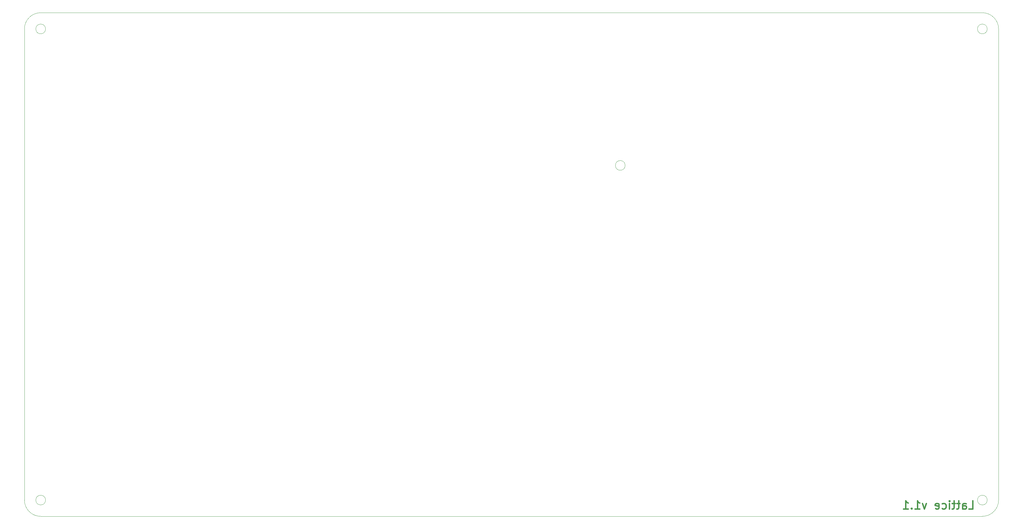
<source format=gbr>
%TF.GenerationSoftware,KiCad,Pcbnew,5.99.0-unknown-1f9723c~101~ubuntu18.04.1*%
%TF.CreationDate,2020-06-08T02:15:51+03:00*%
%TF.ProjectId,WaveUltrasonics,57617665-556c-4747-9261-736f6e696373,rev?*%
%TF.SameCoordinates,Original*%
%TF.FileFunction,Legend,Bot*%
%TF.FilePolarity,Positive*%
%FSLAX46Y46*%
G04 Gerber Fmt 4.6, Leading zero omitted, Abs format (unit mm)*
G04 Created by KiCad (PCBNEW 5.99.0-unknown-1f9723c~101~ubuntu18.04.1) date 2020-06-08 02:15:51*
%MOMM*%
%LPD*%
G01*
G04 APERTURE LIST*
%ADD10C,0.450000*%
%TA.AperFunction,Profile*%
%ADD11C,0.050000*%
%TD*%
G04 APERTURE END LIST*
D10*
X352304761Y-210680952D02*
X353495238Y-210680952D01*
X353495238Y-208180952D01*
X350400000Y-210680952D02*
X350400000Y-209371428D01*
X350519047Y-209133333D01*
X350757142Y-209014285D01*
X351233333Y-209014285D01*
X351471428Y-209133333D01*
X350400000Y-210561904D02*
X350638095Y-210680952D01*
X351233333Y-210680952D01*
X351471428Y-210561904D01*
X351590476Y-210323809D01*
X351590476Y-210085714D01*
X351471428Y-209847619D01*
X351233333Y-209728571D01*
X350638095Y-209728571D01*
X350400000Y-209609523D01*
X349566666Y-209014285D02*
X348614285Y-209014285D01*
X349209523Y-208180952D02*
X349209523Y-210323809D01*
X349090476Y-210561904D01*
X348852380Y-210680952D01*
X348614285Y-210680952D01*
X348138095Y-209014285D02*
X347185714Y-209014285D01*
X347780952Y-208180952D02*
X347780952Y-210323809D01*
X347661904Y-210561904D01*
X347423809Y-210680952D01*
X347185714Y-210680952D01*
X346352380Y-210680952D02*
X346352380Y-209014285D01*
X346352380Y-208180952D02*
X346471428Y-208300000D01*
X346352380Y-208419047D01*
X346233333Y-208300000D01*
X346352380Y-208180952D01*
X346352380Y-208419047D01*
X344090476Y-210561904D02*
X344328571Y-210680952D01*
X344804761Y-210680952D01*
X345042857Y-210561904D01*
X345161904Y-210442857D01*
X345280952Y-210204761D01*
X345280952Y-209490476D01*
X345161904Y-209252380D01*
X345042857Y-209133333D01*
X344804761Y-209014285D01*
X344328571Y-209014285D01*
X344090476Y-209133333D01*
X342066666Y-210561904D02*
X342304761Y-210680952D01*
X342780952Y-210680952D01*
X343019047Y-210561904D01*
X343138095Y-210323809D01*
X343138095Y-209371428D01*
X343019047Y-209133333D01*
X342780952Y-209014285D01*
X342304761Y-209014285D01*
X342066666Y-209133333D01*
X341947619Y-209371428D01*
X341947619Y-209609523D01*
X343138095Y-209847619D01*
X339209523Y-209014285D02*
X338614285Y-210680952D01*
X338019047Y-209014285D01*
X335757142Y-210680952D02*
X337185714Y-210680952D01*
X336471428Y-210680952D02*
X336471428Y-208180952D01*
X336709523Y-208538095D01*
X336947619Y-208776190D01*
X337185714Y-208895238D01*
X334685714Y-210442857D02*
X334566666Y-210561904D01*
X334685714Y-210680952D01*
X334804761Y-210561904D01*
X334685714Y-210442857D01*
X334685714Y-210680952D01*
X332185714Y-210680952D02*
X333614285Y-210680952D01*
X332900000Y-210680952D02*
X332900000Y-208180952D01*
X333138095Y-208538095D01*
X333376190Y-208776190D01*
X333614285Y-208895238D01*
D11*
X246500000Y-105000000D02*
G75*
G03*
X246500000Y-105000000I-1500000J0D01*
G01*
X61500000Y-63000000D02*
G75*
G02*
X66500000Y-58000000I5000000J0D01*
G01*
X68000000Y-63000000D02*
G75*
G03*
X68000000Y-63000000I-1500000J0D01*
G01*
X68000000Y-208000000D02*
G75*
G03*
X68000000Y-208000000I-1500000J0D01*
G01*
X66500000Y-213000000D02*
G75*
G02*
X61500000Y-208000000I0J5000000D01*
G01*
X358000000Y-63000000D02*
G75*
G03*
X358000000Y-63000000I-1500000J0D01*
G01*
X358000000Y-208000000D02*
G75*
G03*
X358000000Y-208000000I-1500000J0D01*
G01*
X361500000Y-208000000D02*
G75*
G02*
X356500000Y-213000000I-5000000J0D01*
G01*
X356500000Y-58000000D02*
G75*
G02*
X361500000Y-63000000I0J-5000000D01*
G01*
X61500000Y-208000000D02*
X61500000Y-63000000D01*
X356500000Y-213000000D02*
X66500000Y-213000000D01*
X361500000Y-63000000D02*
X361500000Y-208000000D01*
X66500000Y-58000000D02*
X356500000Y-58000000D01*
M02*

</source>
